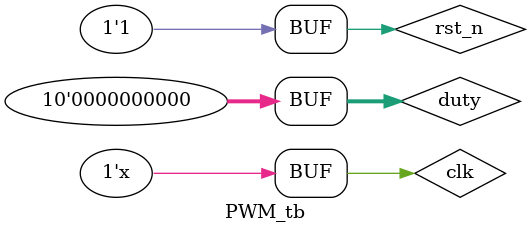
<source format=v>
module PWM(clk, rst_n, duty, PWM_sig);
    input clk, rst_n;
    input [9:0] duty;
    output reg PWM_sig;
    
    reg [9:0] count;
    always @(posedge clk) begin
        if(rst_n == 0) begin
	   count = 0;
           PWM_sig =  0;
	end
	else if (count <= duty) begin           // Can Optimize here for AREA
	   PWM_sig = 1;
	   count = count + 1;
	end
	else begin
	   PWM_sig = 0; 
	   count = count + 1;
	end
 end
endmodule
	           
         
module PWM_tb();
     reg [9:0] duty;
     reg clk, rst_n;
     wire PWM_sig;

PWM DUT_PWM(.duty(duty), .clk(clk), .rst_n(rst_n), .PWM_sig(PWM_sig));

        initial begin
	  #0 clk = 0;
	  #0 rst_n = 0;
	  #14 rst_n = 1;
	  #15 duty = 1024; 	
	end
	
	always @(clk)
	  clk <= #5 ~clk;
endmodule	
</source>
